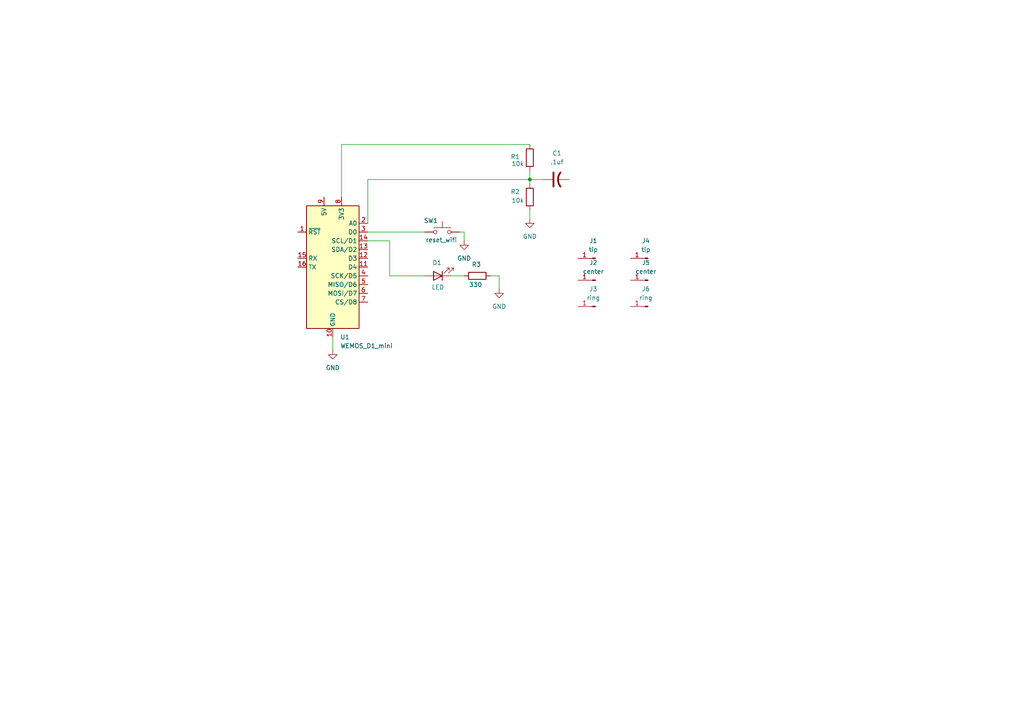
<source format=kicad_sch>
(kicad_sch (version 20250114) (generator "eeschema") (generator_version "9.0")
  (paper "A4")
  (lib_symbols
    (symbol "Connector:Conn_01x01_Pin" (pin_names (offset 1.016) (hide yes))
      (property "Reference" "J" (at 0 2.54 0))
      (property "Value" "Conn_01x01_Pin" (at 0 -2.54 0))
      (symbol "Conn_01x01_Pin_1_1"
        (rectangle (start 0.8636 0.127) (end 0 -0.127) (stroke (width 0.1524)) (fill (type outline)))
        (polyline (pts (xy 1.27 0) (xy 0.8636 0)) (stroke (width 0.1524)))
        (pin passive line (at 5.08 0 180) (length 3.81) (name "Pin_1") (number "1"))
      )
    )
    (symbol "Device:C_US" (pin_numbers (hide yes)) (pin_names (offset 0.254) (hide yes))
      (property "Reference" "C" (at 0.635 2.54 0))
      (property "Value" "C_US" (at 0.635 -2.54 0))
      (symbol "C_US_0_1"
        (polyline (pts (xy -2.032 0.762) (xy 2.032 0.762)) (stroke (width 0.508)))
        (arc (start -2.032 -1.27) (mid 0 -0.5572) (end 2.032 -1.27) (stroke (width 0.508)))
      )
      (symbol "C_US_1_1"
        (pin passive line (at 0 3.81 270) (length 2.794) (name "~") (number "1"))
        (pin passive line (at 0 -3.81 90) (length 3.302) (name "~") (number "2"))
      )
    )
    (symbol "Device:LED" (pin_numbers (hide yes)) (pin_names (offset 1.016) (hide yes))
      (property "Reference" "D" (at 0 2.54 0))
      (property "Value" "LED" (at 0 -2.54 0))
      (symbol "LED_0_1"
        (polyline (pts (xy -3.048 -0.762) (xy -4.572 -2.286) (xy -3.81 -2.286) (xy -4.572 -2.286) (xy -4.572 -1.524)))
        (polyline (pts (xy -1.778 -0.762) (xy -3.302 -2.286) (xy -2.54 -2.286) (xy -3.302 -2.286) (xy -3.302 -1.524)))
        (polyline (pts (xy -1.27 0) (xy 1.27 0)))
        (polyline (pts (xy -1.27 -1.27) (xy -1.27 1.27)) (stroke (width 0.254)))
        (polyline (pts (xy 1.27 -1.27) (xy 1.27 1.27) (xy -1.27 0) (xy 1.27 -1.27)) (stroke (width 0.254)))
      )
      (symbol "LED_1_1"
        (pin passive line (at -3.81 0 0) (length 2.54) (name "K") (number "1"))
        (pin passive line (at 3.81 0 180) (length 2.54) (name "A") (number "2"))
      )
    )
    (symbol "Device:R" (pin_numbers (hide yes)) (pin_names (offset 0))
      (property "Reference" "R" (at 2.032 0 90))
      (property "Value" "R" (at 0 0 90))
      (symbol "R_0_1"
        (rectangle (start -1.016 -2.54) (end 1.016 2.54) (stroke (width 0.254)))
      )
      (symbol "R_1_1"
        (pin passive line (at 0 3.81 270) (length 1.27) (name "~") (number "1"))
        (pin passive line (at 0 -3.81 90) (length 1.27) (name "~") (number "2"))
      )
    )
    (symbol "RF_Module:WEMOS_D1_mini"
      (property "Reference" "U" (at 3.81 19.05 0))
      (property "Value" "WEMOS_D1_mini" (at 1.27 -19.05 0))
      (symbol "WEMOS_D1_mini_1_1"
        (rectangle (start -7.62 17.78) (end 7.62 -17.78) (stroke (width 0.254)) (fill (type background)))
        (pin input line (at -10.16 10.16 0) (length 2.54) (name "~{RST}") (number "1"))
        (pin input line (at -10.16 2.54 0) (length 2.54) (name "RX") (number "15"))
        (pin output line (at -10.16 0 0) (length 2.54) (name "TX") (number "16"))
        (pin power_in line (at -2.54 20.32 270) (length 2.54) (name "5V") (number "9"))
        (pin power_in line (at 0 -20.32 90) (length 2.54) (name "GND") (number "10"))
        (pin power_out line (at 2.54 20.32 270) (length 2.54) (name "3V3") (number "8"))
        (pin input line (at 10.16 12.7 180) (length 2.54) (name "A0") (number "2"))
        (pin bidirectional line (at 10.16 10.16 180) (length 2.54) (name "D0") (number "3"))
        (pin bidirectional line (at 10.16 7.62 180) (length 2.54) (name "SCL/D1") (number "14"))
        (pin bidirectional line (at 10.16 5.08 180) (length 2.54) (name "SDA/D2") (number "13"))
        (pin bidirectional line (at 10.16 2.54 180) (length 2.54) (name "D3") (number "12"))
        (pin bidirectional line (at 10.16 0 180) (length 2.54) (name "D4") (number "11"))
        (pin bidirectional line (at 10.16 -2.54 180) (length 2.54) (name "SCK/D5") (number "4"))
        (pin bidirectional line (at 10.16 -5.08 180) (length 2.54) (name "MISO/D6") (number "5"))
        (pin bidirectional line (at 10.16 -7.62 180) (length 2.54) (name "MOSI/D7") (number "6"))
        (pin bidirectional line (at 10.16 -10.16 180) (length 2.54) (name "CS/D8") (number "7"))
      )
    )
    (symbol "Switch:SW_Push" (pin_numbers (hide yes)) (pin_names (offset 1.016) (hide yes))
      (property "Reference" "SW" (at 1.27 2.54 0))
      (property "Value" "SW_Push" (at 0 -1.524 0))
      (symbol "SW_Push_0_1"
        (circle (center -2.032 0) (radius 0.508))
        (polyline (pts (xy 0 1.27) (xy 0 3.048)))
        (circle (center 2.032 0) (radius 0.508))
        (polyline (pts (xy 2.54 1.27) (xy -2.54 1.27)))
        (pin passive line (at -5.08 0 0) (length 2.54) (name "1") (number "1"))
        (pin passive line (at 5.08 0 180) (length 2.54) (name "2") (number "2"))
      )
    )
    (symbol "power:GND" (power) (pin_numbers (hide yes)) (pin_names (offset 0) (hide yes))
      (property "Value" "GND" (at 0 -3.81 0))
      (symbol "GND_0_1"
        (polyline (pts (xy 0 0) (xy 0 -1.27) (xy 1.27 -1.27) (xy 0 -2.54) (xy -1.27 -1.27) (xy 0 -1.27)))
      )
      (symbol "GND_1_1"
        (pin power_in line (at 0 0 270) (length 0) (name "~") (number "1"))
      )
    )
  )
  (junction (at 153.67 52.07))
  (wire (pts (xy 99.06 57.15) (xy 99.06 41.91)))
  (wire (pts (xy 144.78 80.01) (xy 144.78 83.82)))
  (wire (pts (xy 113.03 80.01) (xy 123.19 80.01)))
  (wire (pts (xy 133.35 67.31) (xy 134.62 67.31)))
  (wire (pts (xy 106.68 69.85) (xy 113.03 69.85)))
  (wire (pts (xy 106.68 52.07) (xy 106.68 64.77)))
  (wire (pts (xy 96.52 97.79) (xy 96.52 101.6)))
  (wire (pts (xy 157.48 52.07) (xy 153.67 52.07)))
  (wire (pts (xy 99.06 41.91) (xy 153.67 41.91)))
  (wire (pts (xy 134.62 80.01) (xy 130.81 80.01)))
  (wire (pts (xy 106.68 67.31) (xy 123.19 67.31)))
  (wire (pts (xy 153.67 49.53) (xy 153.67 52.07)))
  (wire (pts (xy 153.67 60.96) (xy 153.67 63.5)))
  (wire (pts (xy 153.67 52.07) (xy 153.67 53.34)))
  (wire (pts (xy 134.62 67.31) (xy 134.62 69.85)))
  (wire (pts (xy 142.24 80.01) (xy 144.78 80.01)))
  (wire (pts (xy 106.68 52.07) (xy 153.67 52.07)))
  (wire (pts (xy 113.03 69.85) (xy 113.03 80.01)))
  (symbol (lib_id "RF_Module:WEMOS_D1_mini") (at 96.52 77.47 0) (unit 1)
    (property "Reference" "U1" (at 98.6633 97.79 0) (effects (justify left)))
    (property "Value" "WEMOS_D1_mini" (at 98.6633 100.33 0) (effects (justify left)))
    (property "Footprint" "RF_Module:WEMOS_D1_mini_light" (effects (hide yes)))
    (property "Datasheet" "https://wiki.wemos.cc/products:d1:d1_mini#documentation" (effects (hide yes)))
    (property "Description" "32-bit microcontroller module with WiFi" (effects (hide yes)))
  )
  (symbol (lib_id "Device:R") (at 153.67 45.72 0) (unit 1)
    (property "Reference" "R1" (at 148.082 45.466 0) (effects (justify left)))
    (property "Value" "10k" (at 148.336 47.498 0) (effects (justify left)))
    (property "Footprint" "Resistor_THT:R_Axial_DIN0309_L9.0mm_D3.2mm_P12.70mm_Horizontal" (effects (hide yes)))
    (property "Description" "Resistor" (effects (hide yes)))
  )
  (symbol (lib_id "Device:C_US") (at 161.29 52.07 90) (unit 1)
    (property "Reference" "C1" (at 161.544 44.45 90))
    (property "Value" ".1uf" (at 161.544 46.99 90))
    (property "Footprint" "Capacitor_SMD:C_0805_2012Metric" (effects (hide yes)))
    (property "Description" "capacitor, US symbol" (effects (hide yes)))
  )
  (symbol (lib_id "Device:R") (at 153.67 57.15 0) (unit 1)
    (property "Reference" "R2" (at 148.082 55.626 0) (effects (justify left)))
    (property "Value" "10k" (at 148.336 58.166 0) (effects (justify left)))
    (property "Footprint" "Resistor_THT:R_Axial_DIN0309_L9.0mm_D3.2mm_P12.70mm_Horizontal" (effects (hide yes)))
    (property "Description" "Resistor" (effects (hide yes)))
  )
  (symbol (lib_id "Device:R") (at 138.43 80.01 90) (unit 1)
    (property "Reference" "R3" (at 138.176 76.708 90))
    (property "Value" "330" (at 137.922 82.55 90))
    (property "Footprint" "Resistor_SMD:R_0805_2012Metric" (effects (hide yes)))
    (property "Description" "Resistor" (effects (hide yes)))
  )
  (symbol (lib_id "Connector:Conn_01x01_Pin") (at 172.72 81.28 180) (unit 1)
    (property "Reference" "J2" (at 172.085 76.2 0))
    (property "Value" "center" (at 172.085 78.74 0))
    (property "Footprint" "Connector_PinHeader_2.54mm:PinHeader_1x01_P2.54mm_Vertical" (effects (hide yes)))
    (property "Description" "Generic connector, single row, 01x01, script generated" (effects (hide yes)))
  )
  (symbol (lib_id "power:GND") (at 96.52 101.6 0) (unit 1)
    (property "Reference" "#PWR04" (effects (hide yes)))
    (property "Value" "GND" (at 96.52 106.68 0))
    (property "Description" "Power symbol creates a global label with name \"GND\" , ground" (effects (hide yes)))
  )
  (symbol (lib_id "Connector:Conn_01x01_Pin") (at 187.96 81.28 180) (unit 1)
    (property "Reference" "J5" (at 187.325 76.2 0))
    (property "Value" "center" (at 187.325 78.74 0))
    (property "Footprint" "Connector_PinHeader_2.54mm:PinHeader_1x01_P2.54mm_Vertical" (effects (hide yes)))
    (property "Description" "Generic connector, single row, 01x01, script generated" (effects (hide yes)))
  )
  (symbol (lib_id "Connector:Conn_01x01_Pin") (at 187.96 88.9 180) (unit 1)
    (property "Reference" "J6" (at 187.325 83.82 0))
    (property "Value" "ring" (at 187.325 86.36 0))
    (property "Footprint" "Connector_PinHeader_2.54mm:PinHeader_1x01_P2.54mm_Vertical" (effects (hide yes)))
    (property "Description" "Generic connector, single row, 01x01, script generated" (effects (hide yes)))
  )
  (symbol (lib_id "Connector:Conn_01x01_Pin") (at 172.72 74.93 180) (unit 1)
    (property "Reference" "J1" (at 172.085 69.85 0))
    (property "Value" "tip" (at 172.085 72.39 0))
    (property "Footprint" "Connector_PinHeader_2.54mm:PinHeader_1x01_P2.54mm_Vertical" (effects (hide yes)))
    (property "Description" "Generic connector, single row, 01x01, script generated" (effects (hide yes)))
  )
  (symbol (lib_id "Device:LED") (at 127 80.01 180) (unit 1)
    (property "Reference" "D1" (at 126.746 76.2 0))
    (property "Value" "LED" (at 127 83.312 0))
    (property "Footprint" "LED_SMD:LED_0805_2012Metric" (effects (hide yes)))
    (property "Description" "Light emitting diode" (effects (hide yes)))
    (property "Sim.Pins" "1=K 2=A" (effects (hide yes)))
  )
  (symbol (lib_id "power:GND") (at 144.78 83.82 0) (unit 1)
    (property "Reference" "#PWR03" (effects (hide yes)))
    (property "Value" "GND" (at 144.78 88.9 0))
    (property "Description" "Power symbol creates a global label with name \"GND\" , ground" (effects (hide yes)))
  )
  (symbol (lib_id "power:GND") (at 134.62 69.85 0) (unit 1)
    (property "Reference" "#PWR02" (effects (hide yes)))
    (property "Value" "GND" (at 134.62 74.93 0))
    (property "Description" "Power symbol creates a global label with name \"GND\" , ground" (effects (hide yes)))
  )
  (symbol (lib_id "Connector:Conn_01x01_Pin") (at 172.72 88.9 180) (unit 1)
    (property "Reference" "J3" (at 172.085 83.82 0))
    (property "Value" "ring" (at 172.085 86.36 0))
    (property "Footprint" "Connector_PinHeader_2.54mm:PinHeader_1x01_P2.54mm_Vertical" (effects (hide yes)))
    (property "Description" "Generic connector, single row, 01x01, script generated" (effects (hide yes)))
  )
  (symbol (lib_id "Connector:Conn_01x01_Pin") (at 187.96 74.93 180) (unit 1)
    (property "Reference" "J4" (at 187.325 69.85 0))
    (property "Value" "tip" (at 187.325 72.39 0))
    (property "Footprint" "Connector_PinHeader_2.54mm:PinHeader_1x01_P2.54mm_Vertical" (effects (hide yes)))
    (property "Description" "Generic connector, single row, 01x01, script generated" (effects (hide yes)))
  )
  (symbol (lib_id "Switch:SW_Push") (at 128.27 67.31 0) (unit 1)
    (property "Reference" "SW1" (at 124.968 64.008 0))
    (property "Value" "reset_wifi" (at 128.016 69.596 0))
    (property "Footprint" "Button_Switch_THT:SW_PUSH_6mm" (effects (hide yes)))
    (property "Description" "Push button switch, generic, two pins" (effects (hide yes)))
  )
  (symbol (lib_id "power:GND") (at 153.67 63.5 0) (unit 1)
    (property "Reference" "#PWR01" (effects (hide yes)))
    (property "Value" "GND" (at 153.67 68.58 0))
    (property "Description" "Power symbol creates a global label with name \"GND\" , ground" (effects (hide yes)))
  )
)
</source>
